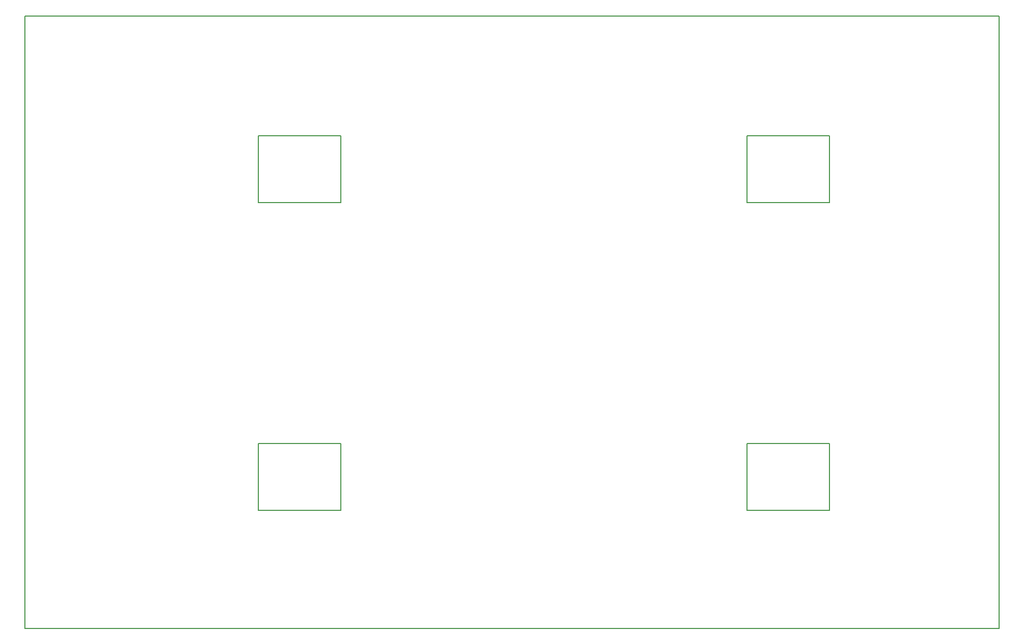
<source format=gbr>
G04 #@! TF.FileFunction,Profile,NP*
%FSLAX46Y46*%
G04 Gerber Fmt 4.6, Leading zero omitted, Abs format (unit mm)*
G04 Created by KiCad (PCBNEW (after 2015-mar-04 BZR unknown)-product) date 2015年08月08日土曜日 23:09:20*
%MOMM*%
G01*
G04 APERTURE LIST*
%ADD10C,0.100000*%
%ADD11C,0.150000*%
G04 APERTURE END LIST*
D10*
D11*
X135128000Y0D02*
X159004000Y0D01*
X135128000Y0D02*
X99822000Y0D01*
X82296000Y0D02*
X99822000Y0D01*
X79756000Y0D02*
X82296000Y0D01*
X77724000Y0D02*
X79248000Y0D01*
X79248000Y0D02*
X79756000Y0D01*
X77724000Y0D02*
X55372000Y0D01*
X55372000Y0D02*
X20066000Y0D01*
X2540000Y0D02*
X20066000Y0D01*
X0Y0D02*
X2540000Y0D01*
X159004000Y49784000D02*
X159004000Y50292000D01*
X79248000Y100076000D02*
X79756000Y100076000D01*
X0Y49784000D02*
X0Y50292000D01*
X159004000Y0D02*
X159004000Y35560000D01*
X159004000Y35560000D02*
X159004000Y48260000D01*
X159004000Y48260000D02*
X159004000Y49784000D01*
X117856000Y30226000D02*
X117856000Y19304000D01*
X117856000Y19304000D02*
X131318000Y19304000D01*
X131318000Y19304000D02*
X131318000Y30226000D01*
X131318000Y30226000D02*
X117856000Y30226000D01*
X131318000Y80518000D02*
X117856000Y80518000D01*
X131318000Y69596000D02*
X131318000Y80518000D01*
X117856000Y69596000D02*
X131318000Y69596000D01*
X117856000Y80518000D02*
X117856000Y69596000D01*
X82296000Y100076000D02*
X79756000Y100076000D01*
X159004000Y100076000D02*
X157480000Y100076000D01*
X159004000Y98552000D02*
X159004000Y100076000D01*
X159004000Y85852000D02*
X159004000Y98552000D01*
X159004000Y50292000D02*
X159004000Y85852000D01*
X136652000Y100076000D02*
X157480000Y100076000D01*
X111760000Y100076000D02*
X136652000Y100076000D01*
X82296000Y100076000D02*
X111760000Y100076000D01*
X2540000Y100076000D02*
X32004000Y100076000D01*
X32004000Y100076000D02*
X56896000Y100076000D01*
X56896000Y100076000D02*
X77724000Y100076000D01*
X79248000Y100076000D02*
X77724000Y100076000D01*
X2540000Y100076000D02*
X0Y100076000D01*
X0Y100076000D02*
X0Y50292000D01*
X38100000Y80518000D02*
X38100000Y69596000D01*
X38100000Y69596000D02*
X51562000Y69596000D01*
X51562000Y69596000D02*
X51562000Y80518000D01*
X51562000Y80518000D02*
X38100000Y80518000D01*
X51562000Y30226000D02*
X38100000Y30226000D01*
X51562000Y19304000D02*
X51562000Y30226000D01*
X38100000Y19304000D02*
X51562000Y19304000D01*
X38100000Y30226000D02*
X38100000Y19304000D01*
X0Y49784000D02*
X0Y0D01*
M02*

</source>
